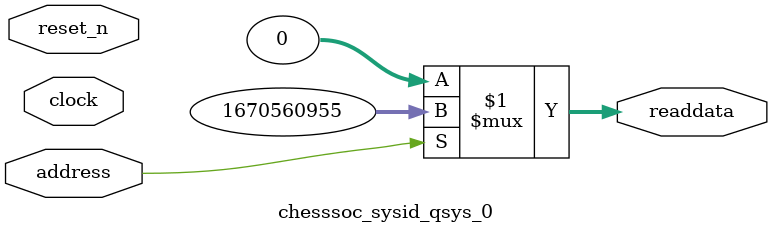
<source format=v>



// synthesis translate_off
`timescale 1ns / 1ps
// synthesis translate_on

// turn off superfluous verilog processor warnings 
// altera message_level Level1 
// altera message_off 10034 10035 10036 10037 10230 10240 10030 

module chesssoc_sysid_qsys_0 (
               // inputs:
                address,
                clock,
                reset_n,

               // outputs:
                readdata
             )
;

  output  [ 31: 0] readdata;
  input            address;
  input            clock;
  input            reset_n;

  wire    [ 31: 0] readdata;
  //control_slave, which is an e_avalon_slave
  assign readdata = address ? 1670560955 : 0;

endmodule



</source>
